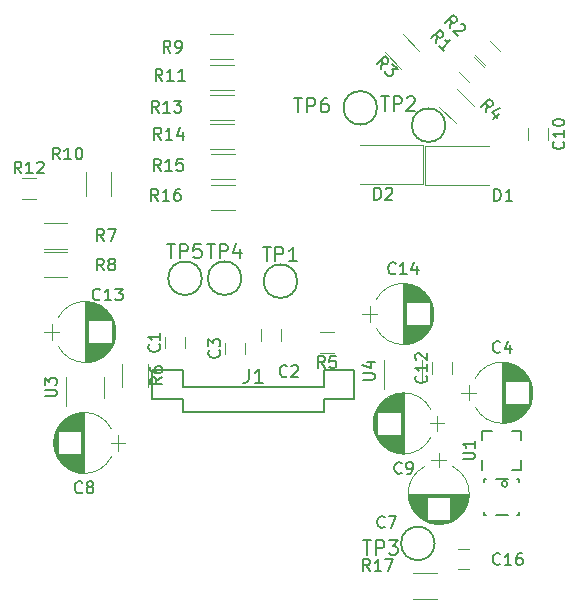
<source format=gto>
G04 #@! TF.FileFunction,Legend,Top*
%FSLAX46Y46*%
G04 Gerber Fmt 4.6, Leading zero omitted, Abs format (unit mm)*
G04 Created by KiCad (PCBNEW 4.0.6) date 10/19/17 05:59:14*
%MOMM*%
%LPD*%
G01*
G04 APERTURE LIST*
%ADD10C,0.100000*%
%ADD11C,0.120000*%
%ADD12C,0.150000*%
%ADD13C,0.152400*%
G04 APERTURE END LIST*
D10*
D11*
X173101278Y-126020723D02*
G75*
G03X177712580Y-126021000I2305722J1179723D01*
G01*
X173101278Y-123661277D02*
G75*
G02X177712580Y-123661000I2305722J-1179723D01*
G01*
X173101278Y-123661277D02*
G75*
G03X173101420Y-126021000I2305722J-1179723D01*
G01*
X175407000Y-127391000D02*
X175407000Y-122291000D01*
X175367000Y-127391000D02*
X175367000Y-122291000D01*
X175327000Y-127390000D02*
X175327000Y-122292000D01*
X175287000Y-127389000D02*
X175287000Y-122293000D01*
X175247000Y-127387000D02*
X175247000Y-122295000D01*
X175207000Y-127384000D02*
X175207000Y-122298000D01*
X175167000Y-127380000D02*
X175167000Y-122302000D01*
X175127000Y-127376000D02*
X175127000Y-125821000D01*
X175127000Y-123861000D02*
X175127000Y-122306000D01*
X175087000Y-127372000D02*
X175087000Y-125821000D01*
X175087000Y-123861000D02*
X175087000Y-122310000D01*
X175047000Y-127366000D02*
X175047000Y-125821000D01*
X175047000Y-123861000D02*
X175047000Y-122316000D01*
X175007000Y-127360000D02*
X175007000Y-125821000D01*
X175007000Y-123861000D02*
X175007000Y-122322000D01*
X174967000Y-127354000D02*
X174967000Y-125821000D01*
X174967000Y-123861000D02*
X174967000Y-122328000D01*
X174927000Y-127347000D02*
X174927000Y-125821000D01*
X174927000Y-123861000D02*
X174927000Y-122335000D01*
X174887000Y-127339000D02*
X174887000Y-125821000D01*
X174887000Y-123861000D02*
X174887000Y-122343000D01*
X174847000Y-127330000D02*
X174847000Y-125821000D01*
X174847000Y-123861000D02*
X174847000Y-122352000D01*
X174807000Y-127321000D02*
X174807000Y-125821000D01*
X174807000Y-123861000D02*
X174807000Y-122361000D01*
X174767000Y-127311000D02*
X174767000Y-125821000D01*
X174767000Y-123861000D02*
X174767000Y-122371000D01*
X174727000Y-127301000D02*
X174727000Y-125821000D01*
X174727000Y-123861000D02*
X174727000Y-122381000D01*
X174686000Y-127289000D02*
X174686000Y-125821000D01*
X174686000Y-123861000D02*
X174686000Y-122393000D01*
X174646000Y-127277000D02*
X174646000Y-125821000D01*
X174646000Y-123861000D02*
X174646000Y-122405000D01*
X174606000Y-127265000D02*
X174606000Y-125821000D01*
X174606000Y-123861000D02*
X174606000Y-122417000D01*
X174566000Y-127251000D02*
X174566000Y-125821000D01*
X174566000Y-123861000D02*
X174566000Y-122431000D01*
X174526000Y-127237000D02*
X174526000Y-125821000D01*
X174526000Y-123861000D02*
X174526000Y-122445000D01*
X174486000Y-127223000D02*
X174486000Y-125821000D01*
X174486000Y-123861000D02*
X174486000Y-122459000D01*
X174446000Y-127207000D02*
X174446000Y-125821000D01*
X174446000Y-123861000D02*
X174446000Y-122475000D01*
X174406000Y-127191000D02*
X174406000Y-125821000D01*
X174406000Y-123861000D02*
X174406000Y-122491000D01*
X174366000Y-127174000D02*
X174366000Y-125821000D01*
X174366000Y-123861000D02*
X174366000Y-122508000D01*
X174326000Y-127156000D02*
X174326000Y-125821000D01*
X174326000Y-123861000D02*
X174326000Y-122526000D01*
X174286000Y-127137000D02*
X174286000Y-125821000D01*
X174286000Y-123861000D02*
X174286000Y-122545000D01*
X174246000Y-127117000D02*
X174246000Y-125821000D01*
X174246000Y-123861000D02*
X174246000Y-122565000D01*
X174206000Y-127097000D02*
X174206000Y-125821000D01*
X174206000Y-123861000D02*
X174206000Y-122585000D01*
X174166000Y-127075000D02*
X174166000Y-125821000D01*
X174166000Y-123861000D02*
X174166000Y-122607000D01*
X174126000Y-127053000D02*
X174126000Y-125821000D01*
X174126000Y-123861000D02*
X174126000Y-122629000D01*
X174086000Y-127030000D02*
X174086000Y-125821000D01*
X174086000Y-123861000D02*
X174086000Y-122652000D01*
X174046000Y-127006000D02*
X174046000Y-125821000D01*
X174046000Y-123861000D02*
X174046000Y-122676000D01*
X174006000Y-126981000D02*
X174006000Y-125821000D01*
X174006000Y-123861000D02*
X174006000Y-122701000D01*
X173966000Y-126954000D02*
X173966000Y-125821000D01*
X173966000Y-123861000D02*
X173966000Y-122728000D01*
X173926000Y-126927000D02*
X173926000Y-125821000D01*
X173926000Y-123861000D02*
X173926000Y-122755000D01*
X173886000Y-126899000D02*
X173886000Y-125821000D01*
X173886000Y-123861000D02*
X173886000Y-122783000D01*
X173846000Y-126869000D02*
X173846000Y-125821000D01*
X173846000Y-123861000D02*
X173846000Y-122813000D01*
X173806000Y-126838000D02*
X173806000Y-125821000D01*
X173806000Y-123861000D02*
X173806000Y-122844000D01*
X173766000Y-126806000D02*
X173766000Y-125821000D01*
X173766000Y-123861000D02*
X173766000Y-122876000D01*
X173726000Y-126773000D02*
X173726000Y-125821000D01*
X173726000Y-123861000D02*
X173726000Y-122909000D01*
X173686000Y-126738000D02*
X173686000Y-125821000D01*
X173686000Y-123861000D02*
X173686000Y-122944000D01*
X173646000Y-126702000D02*
X173646000Y-125821000D01*
X173646000Y-123861000D02*
X173646000Y-122980000D01*
X173606000Y-126664000D02*
X173606000Y-125821000D01*
X173606000Y-123861000D02*
X173606000Y-123018000D01*
X173566000Y-126624000D02*
X173566000Y-125821000D01*
X173566000Y-123861000D02*
X173566000Y-123058000D01*
X173526000Y-126583000D02*
X173526000Y-125821000D01*
X173526000Y-123861000D02*
X173526000Y-123099000D01*
X173486000Y-126540000D02*
X173486000Y-125821000D01*
X173486000Y-123861000D02*
X173486000Y-123142000D01*
X173446000Y-126495000D02*
X173446000Y-125821000D01*
X173446000Y-123861000D02*
X173446000Y-123187000D01*
X173406000Y-126447000D02*
X173406000Y-125821000D01*
X173406000Y-123861000D02*
X173406000Y-123235000D01*
X173366000Y-126397000D02*
X173366000Y-125821000D01*
X173366000Y-123861000D02*
X173366000Y-123285000D01*
X173326000Y-126345000D02*
X173326000Y-125821000D01*
X173326000Y-123861000D02*
X173326000Y-123337000D01*
X173286000Y-126289000D02*
X173286000Y-125821000D01*
X173286000Y-123861000D02*
X173286000Y-123393000D01*
X173246000Y-126231000D02*
X173246000Y-125821000D01*
X173246000Y-123861000D02*
X173246000Y-123451000D01*
X173206000Y-126168000D02*
X173206000Y-125821000D01*
X173206000Y-123861000D02*
X173206000Y-123514000D01*
X173166000Y-126102000D02*
X173166000Y-123580000D01*
X173126000Y-126030000D02*
X173126000Y-123652000D01*
X173086000Y-125953000D02*
X173086000Y-123729000D01*
X173046000Y-125869000D02*
X173046000Y-123813000D01*
X173006000Y-125775000D02*
X173006000Y-123907000D01*
X172966000Y-125670000D02*
X172966000Y-124012000D01*
X172926000Y-125548000D02*
X172926000Y-124134000D01*
X172886000Y-125400000D02*
X172886000Y-124282000D01*
X172846000Y-125195000D02*
X172846000Y-124487000D01*
X178857000Y-124841000D02*
X177657000Y-124841000D01*
X178257000Y-125491000D02*
X178257000Y-124191000D01*
X182284000Y-115832000D02*
X182284000Y-116832000D01*
X183984000Y-116832000D02*
X183984000Y-115832000D01*
X190412000Y-115197000D02*
X190412000Y-116197000D01*
X192112000Y-116197000D02*
X192112000Y-115197000D01*
X187364000Y-116340000D02*
X187364000Y-117340000D01*
X189064000Y-117340000D02*
X189064000Y-116340000D01*
X213105722Y-119406777D02*
G75*
G03X208494420Y-119406500I-2305722J-1179723D01*
G01*
X213105722Y-121766223D02*
G75*
G02X208494420Y-121766500I-2305722J1179723D01*
G01*
X213105722Y-121766223D02*
G75*
G03X213105580Y-119406500I-2305722J1179723D01*
G01*
X210800000Y-118036500D02*
X210800000Y-123136500D01*
X210840000Y-118036500D02*
X210840000Y-123136500D01*
X210880000Y-118037500D02*
X210880000Y-123135500D01*
X210920000Y-118038500D02*
X210920000Y-123134500D01*
X210960000Y-118040500D02*
X210960000Y-123132500D01*
X211000000Y-118043500D02*
X211000000Y-123129500D01*
X211040000Y-118047500D02*
X211040000Y-123125500D01*
X211080000Y-118051500D02*
X211080000Y-119606500D01*
X211080000Y-121566500D02*
X211080000Y-123121500D01*
X211120000Y-118055500D02*
X211120000Y-119606500D01*
X211120000Y-121566500D02*
X211120000Y-123117500D01*
X211160000Y-118061500D02*
X211160000Y-119606500D01*
X211160000Y-121566500D02*
X211160000Y-123111500D01*
X211200000Y-118067500D02*
X211200000Y-119606500D01*
X211200000Y-121566500D02*
X211200000Y-123105500D01*
X211240000Y-118073500D02*
X211240000Y-119606500D01*
X211240000Y-121566500D02*
X211240000Y-123099500D01*
X211280000Y-118080500D02*
X211280000Y-119606500D01*
X211280000Y-121566500D02*
X211280000Y-123092500D01*
X211320000Y-118088500D02*
X211320000Y-119606500D01*
X211320000Y-121566500D02*
X211320000Y-123084500D01*
X211360000Y-118097500D02*
X211360000Y-119606500D01*
X211360000Y-121566500D02*
X211360000Y-123075500D01*
X211400000Y-118106500D02*
X211400000Y-119606500D01*
X211400000Y-121566500D02*
X211400000Y-123066500D01*
X211440000Y-118116500D02*
X211440000Y-119606500D01*
X211440000Y-121566500D02*
X211440000Y-123056500D01*
X211480000Y-118126500D02*
X211480000Y-119606500D01*
X211480000Y-121566500D02*
X211480000Y-123046500D01*
X211521000Y-118138500D02*
X211521000Y-119606500D01*
X211521000Y-121566500D02*
X211521000Y-123034500D01*
X211561000Y-118150500D02*
X211561000Y-119606500D01*
X211561000Y-121566500D02*
X211561000Y-123022500D01*
X211601000Y-118162500D02*
X211601000Y-119606500D01*
X211601000Y-121566500D02*
X211601000Y-123010500D01*
X211641000Y-118176500D02*
X211641000Y-119606500D01*
X211641000Y-121566500D02*
X211641000Y-122996500D01*
X211681000Y-118190500D02*
X211681000Y-119606500D01*
X211681000Y-121566500D02*
X211681000Y-122982500D01*
X211721000Y-118204500D02*
X211721000Y-119606500D01*
X211721000Y-121566500D02*
X211721000Y-122968500D01*
X211761000Y-118220500D02*
X211761000Y-119606500D01*
X211761000Y-121566500D02*
X211761000Y-122952500D01*
X211801000Y-118236500D02*
X211801000Y-119606500D01*
X211801000Y-121566500D02*
X211801000Y-122936500D01*
X211841000Y-118253500D02*
X211841000Y-119606500D01*
X211841000Y-121566500D02*
X211841000Y-122919500D01*
X211881000Y-118271500D02*
X211881000Y-119606500D01*
X211881000Y-121566500D02*
X211881000Y-122901500D01*
X211921000Y-118290500D02*
X211921000Y-119606500D01*
X211921000Y-121566500D02*
X211921000Y-122882500D01*
X211961000Y-118310500D02*
X211961000Y-119606500D01*
X211961000Y-121566500D02*
X211961000Y-122862500D01*
X212001000Y-118330500D02*
X212001000Y-119606500D01*
X212001000Y-121566500D02*
X212001000Y-122842500D01*
X212041000Y-118352500D02*
X212041000Y-119606500D01*
X212041000Y-121566500D02*
X212041000Y-122820500D01*
X212081000Y-118374500D02*
X212081000Y-119606500D01*
X212081000Y-121566500D02*
X212081000Y-122798500D01*
X212121000Y-118397500D02*
X212121000Y-119606500D01*
X212121000Y-121566500D02*
X212121000Y-122775500D01*
X212161000Y-118421500D02*
X212161000Y-119606500D01*
X212161000Y-121566500D02*
X212161000Y-122751500D01*
X212201000Y-118446500D02*
X212201000Y-119606500D01*
X212201000Y-121566500D02*
X212201000Y-122726500D01*
X212241000Y-118473500D02*
X212241000Y-119606500D01*
X212241000Y-121566500D02*
X212241000Y-122699500D01*
X212281000Y-118500500D02*
X212281000Y-119606500D01*
X212281000Y-121566500D02*
X212281000Y-122672500D01*
X212321000Y-118528500D02*
X212321000Y-119606500D01*
X212321000Y-121566500D02*
X212321000Y-122644500D01*
X212361000Y-118558500D02*
X212361000Y-119606500D01*
X212361000Y-121566500D02*
X212361000Y-122614500D01*
X212401000Y-118589500D02*
X212401000Y-119606500D01*
X212401000Y-121566500D02*
X212401000Y-122583500D01*
X212441000Y-118621500D02*
X212441000Y-119606500D01*
X212441000Y-121566500D02*
X212441000Y-122551500D01*
X212481000Y-118654500D02*
X212481000Y-119606500D01*
X212481000Y-121566500D02*
X212481000Y-122518500D01*
X212521000Y-118689500D02*
X212521000Y-119606500D01*
X212521000Y-121566500D02*
X212521000Y-122483500D01*
X212561000Y-118725500D02*
X212561000Y-119606500D01*
X212561000Y-121566500D02*
X212561000Y-122447500D01*
X212601000Y-118763500D02*
X212601000Y-119606500D01*
X212601000Y-121566500D02*
X212601000Y-122409500D01*
X212641000Y-118803500D02*
X212641000Y-119606500D01*
X212641000Y-121566500D02*
X212641000Y-122369500D01*
X212681000Y-118844500D02*
X212681000Y-119606500D01*
X212681000Y-121566500D02*
X212681000Y-122328500D01*
X212721000Y-118887500D02*
X212721000Y-119606500D01*
X212721000Y-121566500D02*
X212721000Y-122285500D01*
X212761000Y-118932500D02*
X212761000Y-119606500D01*
X212761000Y-121566500D02*
X212761000Y-122240500D01*
X212801000Y-118980500D02*
X212801000Y-119606500D01*
X212801000Y-121566500D02*
X212801000Y-122192500D01*
X212841000Y-119030500D02*
X212841000Y-119606500D01*
X212841000Y-121566500D02*
X212841000Y-122142500D01*
X212881000Y-119082500D02*
X212881000Y-119606500D01*
X212881000Y-121566500D02*
X212881000Y-122090500D01*
X212921000Y-119138500D02*
X212921000Y-119606500D01*
X212921000Y-121566500D02*
X212921000Y-122034500D01*
X212961000Y-119196500D02*
X212961000Y-119606500D01*
X212961000Y-121566500D02*
X212961000Y-121976500D01*
X213001000Y-119259500D02*
X213001000Y-119606500D01*
X213001000Y-121566500D02*
X213001000Y-121913500D01*
X213041000Y-119325500D02*
X213041000Y-121847500D01*
X213081000Y-119397500D02*
X213081000Y-121775500D01*
X213121000Y-119474500D02*
X213121000Y-121698500D01*
X213161000Y-119558500D02*
X213161000Y-121614500D01*
X213201000Y-119652500D02*
X213201000Y-121520500D01*
X213241000Y-119757500D02*
X213241000Y-121415500D01*
X213281000Y-119879500D02*
X213281000Y-121293500D01*
X213321000Y-120027500D02*
X213321000Y-121145500D01*
X213361000Y-120232500D02*
X213361000Y-120940500D01*
X207350000Y-120586500D02*
X208550000Y-120586500D01*
X207950000Y-119936500D02*
X207950000Y-121236500D01*
X206602223Y-131444722D02*
G75*
G03X206602500Y-126833420I-1179723J2305722D01*
G01*
X204242777Y-131444722D02*
G75*
G02X204242500Y-126833420I1179723J2305722D01*
G01*
X204242777Y-131444722D02*
G75*
G03X206602500Y-131444580I1179723J2305722D01*
G01*
X207972500Y-129139000D02*
X202872500Y-129139000D01*
X207972500Y-129179000D02*
X202872500Y-129179000D01*
X207971500Y-129219000D02*
X202873500Y-129219000D01*
X207970500Y-129259000D02*
X202874500Y-129259000D01*
X207968500Y-129299000D02*
X202876500Y-129299000D01*
X207965500Y-129339000D02*
X202879500Y-129339000D01*
X207961500Y-129379000D02*
X202883500Y-129379000D01*
X207957500Y-129419000D02*
X206402500Y-129419000D01*
X204442500Y-129419000D02*
X202887500Y-129419000D01*
X207953500Y-129459000D02*
X206402500Y-129459000D01*
X204442500Y-129459000D02*
X202891500Y-129459000D01*
X207947500Y-129499000D02*
X206402500Y-129499000D01*
X204442500Y-129499000D02*
X202897500Y-129499000D01*
X207941500Y-129539000D02*
X206402500Y-129539000D01*
X204442500Y-129539000D02*
X202903500Y-129539000D01*
X207935500Y-129579000D02*
X206402500Y-129579000D01*
X204442500Y-129579000D02*
X202909500Y-129579000D01*
X207928500Y-129619000D02*
X206402500Y-129619000D01*
X204442500Y-129619000D02*
X202916500Y-129619000D01*
X207920500Y-129659000D02*
X206402500Y-129659000D01*
X204442500Y-129659000D02*
X202924500Y-129659000D01*
X207911500Y-129699000D02*
X206402500Y-129699000D01*
X204442500Y-129699000D02*
X202933500Y-129699000D01*
X207902500Y-129739000D02*
X206402500Y-129739000D01*
X204442500Y-129739000D02*
X202942500Y-129739000D01*
X207892500Y-129779000D02*
X206402500Y-129779000D01*
X204442500Y-129779000D02*
X202952500Y-129779000D01*
X207882500Y-129819000D02*
X206402500Y-129819000D01*
X204442500Y-129819000D02*
X202962500Y-129819000D01*
X207870500Y-129860000D02*
X206402500Y-129860000D01*
X204442500Y-129860000D02*
X202974500Y-129860000D01*
X207858500Y-129900000D02*
X206402500Y-129900000D01*
X204442500Y-129900000D02*
X202986500Y-129900000D01*
X207846500Y-129940000D02*
X206402500Y-129940000D01*
X204442500Y-129940000D02*
X202998500Y-129940000D01*
X207832500Y-129980000D02*
X206402500Y-129980000D01*
X204442500Y-129980000D02*
X203012500Y-129980000D01*
X207818500Y-130020000D02*
X206402500Y-130020000D01*
X204442500Y-130020000D02*
X203026500Y-130020000D01*
X207804500Y-130060000D02*
X206402500Y-130060000D01*
X204442500Y-130060000D02*
X203040500Y-130060000D01*
X207788500Y-130100000D02*
X206402500Y-130100000D01*
X204442500Y-130100000D02*
X203056500Y-130100000D01*
X207772500Y-130140000D02*
X206402500Y-130140000D01*
X204442500Y-130140000D02*
X203072500Y-130140000D01*
X207755500Y-130180000D02*
X206402500Y-130180000D01*
X204442500Y-130180000D02*
X203089500Y-130180000D01*
X207737500Y-130220000D02*
X206402500Y-130220000D01*
X204442500Y-130220000D02*
X203107500Y-130220000D01*
X207718500Y-130260000D02*
X206402500Y-130260000D01*
X204442500Y-130260000D02*
X203126500Y-130260000D01*
X207698500Y-130300000D02*
X206402500Y-130300000D01*
X204442500Y-130300000D02*
X203146500Y-130300000D01*
X207678500Y-130340000D02*
X206402500Y-130340000D01*
X204442500Y-130340000D02*
X203166500Y-130340000D01*
X207656500Y-130380000D02*
X206402500Y-130380000D01*
X204442500Y-130380000D02*
X203188500Y-130380000D01*
X207634500Y-130420000D02*
X206402500Y-130420000D01*
X204442500Y-130420000D02*
X203210500Y-130420000D01*
X207611500Y-130460000D02*
X206402500Y-130460000D01*
X204442500Y-130460000D02*
X203233500Y-130460000D01*
X207587500Y-130500000D02*
X206402500Y-130500000D01*
X204442500Y-130500000D02*
X203257500Y-130500000D01*
X207562500Y-130540000D02*
X206402500Y-130540000D01*
X204442500Y-130540000D02*
X203282500Y-130540000D01*
X207535500Y-130580000D02*
X206402500Y-130580000D01*
X204442500Y-130580000D02*
X203309500Y-130580000D01*
X207508500Y-130620000D02*
X206402500Y-130620000D01*
X204442500Y-130620000D02*
X203336500Y-130620000D01*
X207480500Y-130660000D02*
X206402500Y-130660000D01*
X204442500Y-130660000D02*
X203364500Y-130660000D01*
X207450500Y-130700000D02*
X206402500Y-130700000D01*
X204442500Y-130700000D02*
X203394500Y-130700000D01*
X207419500Y-130740000D02*
X206402500Y-130740000D01*
X204442500Y-130740000D02*
X203425500Y-130740000D01*
X207387500Y-130780000D02*
X206402500Y-130780000D01*
X204442500Y-130780000D02*
X203457500Y-130780000D01*
X207354500Y-130820000D02*
X206402500Y-130820000D01*
X204442500Y-130820000D02*
X203490500Y-130820000D01*
X207319500Y-130860000D02*
X206402500Y-130860000D01*
X204442500Y-130860000D02*
X203525500Y-130860000D01*
X207283500Y-130900000D02*
X206402500Y-130900000D01*
X204442500Y-130900000D02*
X203561500Y-130900000D01*
X207245500Y-130940000D02*
X206402500Y-130940000D01*
X204442500Y-130940000D02*
X203599500Y-130940000D01*
X207205500Y-130980000D02*
X206402500Y-130980000D01*
X204442500Y-130980000D02*
X203639500Y-130980000D01*
X207164500Y-131020000D02*
X206402500Y-131020000D01*
X204442500Y-131020000D02*
X203680500Y-131020000D01*
X207121500Y-131060000D02*
X206402500Y-131060000D01*
X204442500Y-131060000D02*
X203723500Y-131060000D01*
X207076500Y-131100000D02*
X206402500Y-131100000D01*
X204442500Y-131100000D02*
X203768500Y-131100000D01*
X207028500Y-131140000D02*
X206402500Y-131140000D01*
X204442500Y-131140000D02*
X203816500Y-131140000D01*
X206978500Y-131180000D02*
X206402500Y-131180000D01*
X204442500Y-131180000D02*
X203866500Y-131180000D01*
X206926500Y-131220000D02*
X206402500Y-131220000D01*
X204442500Y-131220000D02*
X203918500Y-131220000D01*
X206870500Y-131260000D02*
X206402500Y-131260000D01*
X204442500Y-131260000D02*
X203974500Y-131260000D01*
X206812500Y-131300000D02*
X206402500Y-131300000D01*
X204442500Y-131300000D02*
X204032500Y-131300000D01*
X206749500Y-131340000D02*
X206402500Y-131340000D01*
X204442500Y-131340000D02*
X204095500Y-131340000D01*
X206683500Y-131380000D02*
X204161500Y-131380000D01*
X206611500Y-131420000D02*
X204233500Y-131420000D01*
X206534500Y-131460000D02*
X204310500Y-131460000D01*
X206450500Y-131500000D02*
X204394500Y-131500000D01*
X206356500Y-131540000D02*
X204488500Y-131540000D01*
X206251500Y-131580000D02*
X204593500Y-131580000D01*
X206129500Y-131620000D02*
X204715500Y-131620000D01*
X205981500Y-131660000D02*
X204863500Y-131660000D01*
X205776500Y-131700000D02*
X205068500Y-131700000D01*
X205422500Y-125689000D02*
X205422500Y-126889000D01*
X206072500Y-126289000D02*
X204772500Y-126289000D01*
X200152278Y-124369723D02*
G75*
G03X204763580Y-124370000I2305722J1179723D01*
G01*
X200152278Y-122010277D02*
G75*
G02X204763580Y-122010000I2305722J-1179723D01*
G01*
X200152278Y-122010277D02*
G75*
G03X200152420Y-124370000I2305722J-1179723D01*
G01*
X202458000Y-125740000D02*
X202458000Y-120640000D01*
X202418000Y-125740000D02*
X202418000Y-120640000D01*
X202378000Y-125739000D02*
X202378000Y-120641000D01*
X202338000Y-125738000D02*
X202338000Y-120642000D01*
X202298000Y-125736000D02*
X202298000Y-120644000D01*
X202258000Y-125733000D02*
X202258000Y-120647000D01*
X202218000Y-125729000D02*
X202218000Y-120651000D01*
X202178000Y-125725000D02*
X202178000Y-124170000D01*
X202178000Y-122210000D02*
X202178000Y-120655000D01*
X202138000Y-125721000D02*
X202138000Y-124170000D01*
X202138000Y-122210000D02*
X202138000Y-120659000D01*
X202098000Y-125715000D02*
X202098000Y-124170000D01*
X202098000Y-122210000D02*
X202098000Y-120665000D01*
X202058000Y-125709000D02*
X202058000Y-124170000D01*
X202058000Y-122210000D02*
X202058000Y-120671000D01*
X202018000Y-125703000D02*
X202018000Y-124170000D01*
X202018000Y-122210000D02*
X202018000Y-120677000D01*
X201978000Y-125696000D02*
X201978000Y-124170000D01*
X201978000Y-122210000D02*
X201978000Y-120684000D01*
X201938000Y-125688000D02*
X201938000Y-124170000D01*
X201938000Y-122210000D02*
X201938000Y-120692000D01*
X201898000Y-125679000D02*
X201898000Y-124170000D01*
X201898000Y-122210000D02*
X201898000Y-120701000D01*
X201858000Y-125670000D02*
X201858000Y-124170000D01*
X201858000Y-122210000D02*
X201858000Y-120710000D01*
X201818000Y-125660000D02*
X201818000Y-124170000D01*
X201818000Y-122210000D02*
X201818000Y-120720000D01*
X201778000Y-125650000D02*
X201778000Y-124170000D01*
X201778000Y-122210000D02*
X201778000Y-120730000D01*
X201737000Y-125638000D02*
X201737000Y-124170000D01*
X201737000Y-122210000D02*
X201737000Y-120742000D01*
X201697000Y-125626000D02*
X201697000Y-124170000D01*
X201697000Y-122210000D02*
X201697000Y-120754000D01*
X201657000Y-125614000D02*
X201657000Y-124170000D01*
X201657000Y-122210000D02*
X201657000Y-120766000D01*
X201617000Y-125600000D02*
X201617000Y-124170000D01*
X201617000Y-122210000D02*
X201617000Y-120780000D01*
X201577000Y-125586000D02*
X201577000Y-124170000D01*
X201577000Y-122210000D02*
X201577000Y-120794000D01*
X201537000Y-125572000D02*
X201537000Y-124170000D01*
X201537000Y-122210000D02*
X201537000Y-120808000D01*
X201497000Y-125556000D02*
X201497000Y-124170000D01*
X201497000Y-122210000D02*
X201497000Y-120824000D01*
X201457000Y-125540000D02*
X201457000Y-124170000D01*
X201457000Y-122210000D02*
X201457000Y-120840000D01*
X201417000Y-125523000D02*
X201417000Y-124170000D01*
X201417000Y-122210000D02*
X201417000Y-120857000D01*
X201377000Y-125505000D02*
X201377000Y-124170000D01*
X201377000Y-122210000D02*
X201377000Y-120875000D01*
X201337000Y-125486000D02*
X201337000Y-124170000D01*
X201337000Y-122210000D02*
X201337000Y-120894000D01*
X201297000Y-125466000D02*
X201297000Y-124170000D01*
X201297000Y-122210000D02*
X201297000Y-120914000D01*
X201257000Y-125446000D02*
X201257000Y-124170000D01*
X201257000Y-122210000D02*
X201257000Y-120934000D01*
X201217000Y-125424000D02*
X201217000Y-124170000D01*
X201217000Y-122210000D02*
X201217000Y-120956000D01*
X201177000Y-125402000D02*
X201177000Y-124170000D01*
X201177000Y-122210000D02*
X201177000Y-120978000D01*
X201137000Y-125379000D02*
X201137000Y-124170000D01*
X201137000Y-122210000D02*
X201137000Y-121001000D01*
X201097000Y-125355000D02*
X201097000Y-124170000D01*
X201097000Y-122210000D02*
X201097000Y-121025000D01*
X201057000Y-125330000D02*
X201057000Y-124170000D01*
X201057000Y-122210000D02*
X201057000Y-121050000D01*
X201017000Y-125303000D02*
X201017000Y-124170000D01*
X201017000Y-122210000D02*
X201017000Y-121077000D01*
X200977000Y-125276000D02*
X200977000Y-124170000D01*
X200977000Y-122210000D02*
X200977000Y-121104000D01*
X200937000Y-125248000D02*
X200937000Y-124170000D01*
X200937000Y-122210000D02*
X200937000Y-121132000D01*
X200897000Y-125218000D02*
X200897000Y-124170000D01*
X200897000Y-122210000D02*
X200897000Y-121162000D01*
X200857000Y-125187000D02*
X200857000Y-124170000D01*
X200857000Y-122210000D02*
X200857000Y-121193000D01*
X200817000Y-125155000D02*
X200817000Y-124170000D01*
X200817000Y-122210000D02*
X200817000Y-121225000D01*
X200777000Y-125122000D02*
X200777000Y-124170000D01*
X200777000Y-122210000D02*
X200777000Y-121258000D01*
X200737000Y-125087000D02*
X200737000Y-124170000D01*
X200737000Y-122210000D02*
X200737000Y-121293000D01*
X200697000Y-125051000D02*
X200697000Y-124170000D01*
X200697000Y-122210000D02*
X200697000Y-121329000D01*
X200657000Y-125013000D02*
X200657000Y-124170000D01*
X200657000Y-122210000D02*
X200657000Y-121367000D01*
X200617000Y-124973000D02*
X200617000Y-124170000D01*
X200617000Y-122210000D02*
X200617000Y-121407000D01*
X200577000Y-124932000D02*
X200577000Y-124170000D01*
X200577000Y-122210000D02*
X200577000Y-121448000D01*
X200537000Y-124889000D02*
X200537000Y-124170000D01*
X200537000Y-122210000D02*
X200537000Y-121491000D01*
X200497000Y-124844000D02*
X200497000Y-124170000D01*
X200497000Y-122210000D02*
X200497000Y-121536000D01*
X200457000Y-124796000D02*
X200457000Y-124170000D01*
X200457000Y-122210000D02*
X200457000Y-121584000D01*
X200417000Y-124746000D02*
X200417000Y-124170000D01*
X200417000Y-122210000D02*
X200417000Y-121634000D01*
X200377000Y-124694000D02*
X200377000Y-124170000D01*
X200377000Y-122210000D02*
X200377000Y-121686000D01*
X200337000Y-124638000D02*
X200337000Y-124170000D01*
X200337000Y-122210000D02*
X200337000Y-121742000D01*
X200297000Y-124580000D02*
X200297000Y-124170000D01*
X200297000Y-122210000D02*
X200297000Y-121800000D01*
X200257000Y-124517000D02*
X200257000Y-124170000D01*
X200257000Y-122210000D02*
X200257000Y-121863000D01*
X200217000Y-124451000D02*
X200217000Y-121929000D01*
X200177000Y-124379000D02*
X200177000Y-122001000D01*
X200137000Y-124302000D02*
X200137000Y-122078000D01*
X200097000Y-124218000D02*
X200097000Y-122162000D01*
X200057000Y-124124000D02*
X200057000Y-122256000D01*
X200017000Y-124019000D02*
X200017000Y-122361000D01*
X199977000Y-123897000D02*
X199977000Y-122483000D01*
X199937000Y-123749000D02*
X199937000Y-122631000D01*
X199897000Y-123544000D02*
X199897000Y-122836000D01*
X205908000Y-123190000D02*
X204708000Y-123190000D01*
X205308000Y-123840000D02*
X205308000Y-122540000D01*
X214718000Y-99179000D02*
X214718000Y-98179000D01*
X213018000Y-98179000D02*
X213018000Y-99179000D01*
X204890000Y-117991000D02*
X204890000Y-118991000D01*
X206590000Y-118991000D02*
X206590000Y-117991000D01*
X177799722Y-114263277D02*
G75*
G03X173188420Y-114263000I-2305722J-1179723D01*
G01*
X177799722Y-116622723D02*
G75*
G02X173188420Y-116623000I-2305722J1179723D01*
G01*
X177799722Y-116622723D02*
G75*
G03X177799580Y-114263000I-2305722J1179723D01*
G01*
X175494000Y-112893000D02*
X175494000Y-117993000D01*
X175534000Y-112893000D02*
X175534000Y-117993000D01*
X175574000Y-112894000D02*
X175574000Y-117992000D01*
X175614000Y-112895000D02*
X175614000Y-117991000D01*
X175654000Y-112897000D02*
X175654000Y-117989000D01*
X175694000Y-112900000D02*
X175694000Y-117986000D01*
X175734000Y-112904000D02*
X175734000Y-117982000D01*
X175774000Y-112908000D02*
X175774000Y-114463000D01*
X175774000Y-116423000D02*
X175774000Y-117978000D01*
X175814000Y-112912000D02*
X175814000Y-114463000D01*
X175814000Y-116423000D02*
X175814000Y-117974000D01*
X175854000Y-112918000D02*
X175854000Y-114463000D01*
X175854000Y-116423000D02*
X175854000Y-117968000D01*
X175894000Y-112924000D02*
X175894000Y-114463000D01*
X175894000Y-116423000D02*
X175894000Y-117962000D01*
X175934000Y-112930000D02*
X175934000Y-114463000D01*
X175934000Y-116423000D02*
X175934000Y-117956000D01*
X175974000Y-112937000D02*
X175974000Y-114463000D01*
X175974000Y-116423000D02*
X175974000Y-117949000D01*
X176014000Y-112945000D02*
X176014000Y-114463000D01*
X176014000Y-116423000D02*
X176014000Y-117941000D01*
X176054000Y-112954000D02*
X176054000Y-114463000D01*
X176054000Y-116423000D02*
X176054000Y-117932000D01*
X176094000Y-112963000D02*
X176094000Y-114463000D01*
X176094000Y-116423000D02*
X176094000Y-117923000D01*
X176134000Y-112973000D02*
X176134000Y-114463000D01*
X176134000Y-116423000D02*
X176134000Y-117913000D01*
X176174000Y-112983000D02*
X176174000Y-114463000D01*
X176174000Y-116423000D02*
X176174000Y-117903000D01*
X176215000Y-112995000D02*
X176215000Y-114463000D01*
X176215000Y-116423000D02*
X176215000Y-117891000D01*
X176255000Y-113007000D02*
X176255000Y-114463000D01*
X176255000Y-116423000D02*
X176255000Y-117879000D01*
X176295000Y-113019000D02*
X176295000Y-114463000D01*
X176295000Y-116423000D02*
X176295000Y-117867000D01*
X176335000Y-113033000D02*
X176335000Y-114463000D01*
X176335000Y-116423000D02*
X176335000Y-117853000D01*
X176375000Y-113047000D02*
X176375000Y-114463000D01*
X176375000Y-116423000D02*
X176375000Y-117839000D01*
X176415000Y-113061000D02*
X176415000Y-114463000D01*
X176415000Y-116423000D02*
X176415000Y-117825000D01*
X176455000Y-113077000D02*
X176455000Y-114463000D01*
X176455000Y-116423000D02*
X176455000Y-117809000D01*
X176495000Y-113093000D02*
X176495000Y-114463000D01*
X176495000Y-116423000D02*
X176495000Y-117793000D01*
X176535000Y-113110000D02*
X176535000Y-114463000D01*
X176535000Y-116423000D02*
X176535000Y-117776000D01*
X176575000Y-113128000D02*
X176575000Y-114463000D01*
X176575000Y-116423000D02*
X176575000Y-117758000D01*
X176615000Y-113147000D02*
X176615000Y-114463000D01*
X176615000Y-116423000D02*
X176615000Y-117739000D01*
X176655000Y-113167000D02*
X176655000Y-114463000D01*
X176655000Y-116423000D02*
X176655000Y-117719000D01*
X176695000Y-113187000D02*
X176695000Y-114463000D01*
X176695000Y-116423000D02*
X176695000Y-117699000D01*
X176735000Y-113209000D02*
X176735000Y-114463000D01*
X176735000Y-116423000D02*
X176735000Y-117677000D01*
X176775000Y-113231000D02*
X176775000Y-114463000D01*
X176775000Y-116423000D02*
X176775000Y-117655000D01*
X176815000Y-113254000D02*
X176815000Y-114463000D01*
X176815000Y-116423000D02*
X176815000Y-117632000D01*
X176855000Y-113278000D02*
X176855000Y-114463000D01*
X176855000Y-116423000D02*
X176855000Y-117608000D01*
X176895000Y-113303000D02*
X176895000Y-114463000D01*
X176895000Y-116423000D02*
X176895000Y-117583000D01*
X176935000Y-113330000D02*
X176935000Y-114463000D01*
X176935000Y-116423000D02*
X176935000Y-117556000D01*
X176975000Y-113357000D02*
X176975000Y-114463000D01*
X176975000Y-116423000D02*
X176975000Y-117529000D01*
X177015000Y-113385000D02*
X177015000Y-114463000D01*
X177015000Y-116423000D02*
X177015000Y-117501000D01*
X177055000Y-113415000D02*
X177055000Y-114463000D01*
X177055000Y-116423000D02*
X177055000Y-117471000D01*
X177095000Y-113446000D02*
X177095000Y-114463000D01*
X177095000Y-116423000D02*
X177095000Y-117440000D01*
X177135000Y-113478000D02*
X177135000Y-114463000D01*
X177135000Y-116423000D02*
X177135000Y-117408000D01*
X177175000Y-113511000D02*
X177175000Y-114463000D01*
X177175000Y-116423000D02*
X177175000Y-117375000D01*
X177215000Y-113546000D02*
X177215000Y-114463000D01*
X177215000Y-116423000D02*
X177215000Y-117340000D01*
X177255000Y-113582000D02*
X177255000Y-114463000D01*
X177255000Y-116423000D02*
X177255000Y-117304000D01*
X177295000Y-113620000D02*
X177295000Y-114463000D01*
X177295000Y-116423000D02*
X177295000Y-117266000D01*
X177335000Y-113660000D02*
X177335000Y-114463000D01*
X177335000Y-116423000D02*
X177335000Y-117226000D01*
X177375000Y-113701000D02*
X177375000Y-114463000D01*
X177375000Y-116423000D02*
X177375000Y-117185000D01*
X177415000Y-113744000D02*
X177415000Y-114463000D01*
X177415000Y-116423000D02*
X177415000Y-117142000D01*
X177455000Y-113789000D02*
X177455000Y-114463000D01*
X177455000Y-116423000D02*
X177455000Y-117097000D01*
X177495000Y-113837000D02*
X177495000Y-114463000D01*
X177495000Y-116423000D02*
X177495000Y-117049000D01*
X177535000Y-113887000D02*
X177535000Y-114463000D01*
X177535000Y-116423000D02*
X177535000Y-116999000D01*
X177575000Y-113939000D02*
X177575000Y-114463000D01*
X177575000Y-116423000D02*
X177575000Y-116947000D01*
X177615000Y-113995000D02*
X177615000Y-114463000D01*
X177615000Y-116423000D02*
X177615000Y-116891000D01*
X177655000Y-114053000D02*
X177655000Y-114463000D01*
X177655000Y-116423000D02*
X177655000Y-116833000D01*
X177695000Y-114116000D02*
X177695000Y-114463000D01*
X177695000Y-116423000D02*
X177695000Y-116770000D01*
X177735000Y-114182000D02*
X177735000Y-116704000D01*
X177775000Y-114254000D02*
X177775000Y-116632000D01*
X177815000Y-114331000D02*
X177815000Y-116555000D01*
X177855000Y-114415000D02*
X177855000Y-116471000D01*
X177895000Y-114509000D02*
X177895000Y-116377000D01*
X177935000Y-114614000D02*
X177935000Y-116272000D01*
X177975000Y-114736000D02*
X177975000Y-116150000D01*
X178015000Y-114884000D02*
X178015000Y-116002000D01*
X178055000Y-115089000D02*
X178055000Y-115797000D01*
X172044000Y-115443000D02*
X173244000Y-115443000D01*
X172644000Y-114793000D02*
X172644000Y-116093000D01*
X204723722Y-112739277D02*
G75*
G03X200112420Y-112739000I-2305722J-1179723D01*
G01*
X204723722Y-115098723D02*
G75*
G02X200112420Y-115099000I-2305722J1179723D01*
G01*
X204723722Y-115098723D02*
G75*
G03X204723580Y-112739000I-2305722J1179723D01*
G01*
X202418000Y-111369000D02*
X202418000Y-116469000D01*
X202458000Y-111369000D02*
X202458000Y-116469000D01*
X202498000Y-111370000D02*
X202498000Y-116468000D01*
X202538000Y-111371000D02*
X202538000Y-116467000D01*
X202578000Y-111373000D02*
X202578000Y-116465000D01*
X202618000Y-111376000D02*
X202618000Y-116462000D01*
X202658000Y-111380000D02*
X202658000Y-116458000D01*
X202698000Y-111384000D02*
X202698000Y-112939000D01*
X202698000Y-114899000D02*
X202698000Y-116454000D01*
X202738000Y-111388000D02*
X202738000Y-112939000D01*
X202738000Y-114899000D02*
X202738000Y-116450000D01*
X202778000Y-111394000D02*
X202778000Y-112939000D01*
X202778000Y-114899000D02*
X202778000Y-116444000D01*
X202818000Y-111400000D02*
X202818000Y-112939000D01*
X202818000Y-114899000D02*
X202818000Y-116438000D01*
X202858000Y-111406000D02*
X202858000Y-112939000D01*
X202858000Y-114899000D02*
X202858000Y-116432000D01*
X202898000Y-111413000D02*
X202898000Y-112939000D01*
X202898000Y-114899000D02*
X202898000Y-116425000D01*
X202938000Y-111421000D02*
X202938000Y-112939000D01*
X202938000Y-114899000D02*
X202938000Y-116417000D01*
X202978000Y-111430000D02*
X202978000Y-112939000D01*
X202978000Y-114899000D02*
X202978000Y-116408000D01*
X203018000Y-111439000D02*
X203018000Y-112939000D01*
X203018000Y-114899000D02*
X203018000Y-116399000D01*
X203058000Y-111449000D02*
X203058000Y-112939000D01*
X203058000Y-114899000D02*
X203058000Y-116389000D01*
X203098000Y-111459000D02*
X203098000Y-112939000D01*
X203098000Y-114899000D02*
X203098000Y-116379000D01*
X203139000Y-111471000D02*
X203139000Y-112939000D01*
X203139000Y-114899000D02*
X203139000Y-116367000D01*
X203179000Y-111483000D02*
X203179000Y-112939000D01*
X203179000Y-114899000D02*
X203179000Y-116355000D01*
X203219000Y-111495000D02*
X203219000Y-112939000D01*
X203219000Y-114899000D02*
X203219000Y-116343000D01*
X203259000Y-111509000D02*
X203259000Y-112939000D01*
X203259000Y-114899000D02*
X203259000Y-116329000D01*
X203299000Y-111523000D02*
X203299000Y-112939000D01*
X203299000Y-114899000D02*
X203299000Y-116315000D01*
X203339000Y-111537000D02*
X203339000Y-112939000D01*
X203339000Y-114899000D02*
X203339000Y-116301000D01*
X203379000Y-111553000D02*
X203379000Y-112939000D01*
X203379000Y-114899000D02*
X203379000Y-116285000D01*
X203419000Y-111569000D02*
X203419000Y-112939000D01*
X203419000Y-114899000D02*
X203419000Y-116269000D01*
X203459000Y-111586000D02*
X203459000Y-112939000D01*
X203459000Y-114899000D02*
X203459000Y-116252000D01*
X203499000Y-111604000D02*
X203499000Y-112939000D01*
X203499000Y-114899000D02*
X203499000Y-116234000D01*
X203539000Y-111623000D02*
X203539000Y-112939000D01*
X203539000Y-114899000D02*
X203539000Y-116215000D01*
X203579000Y-111643000D02*
X203579000Y-112939000D01*
X203579000Y-114899000D02*
X203579000Y-116195000D01*
X203619000Y-111663000D02*
X203619000Y-112939000D01*
X203619000Y-114899000D02*
X203619000Y-116175000D01*
X203659000Y-111685000D02*
X203659000Y-112939000D01*
X203659000Y-114899000D02*
X203659000Y-116153000D01*
X203699000Y-111707000D02*
X203699000Y-112939000D01*
X203699000Y-114899000D02*
X203699000Y-116131000D01*
X203739000Y-111730000D02*
X203739000Y-112939000D01*
X203739000Y-114899000D02*
X203739000Y-116108000D01*
X203779000Y-111754000D02*
X203779000Y-112939000D01*
X203779000Y-114899000D02*
X203779000Y-116084000D01*
X203819000Y-111779000D02*
X203819000Y-112939000D01*
X203819000Y-114899000D02*
X203819000Y-116059000D01*
X203859000Y-111806000D02*
X203859000Y-112939000D01*
X203859000Y-114899000D02*
X203859000Y-116032000D01*
X203899000Y-111833000D02*
X203899000Y-112939000D01*
X203899000Y-114899000D02*
X203899000Y-116005000D01*
X203939000Y-111861000D02*
X203939000Y-112939000D01*
X203939000Y-114899000D02*
X203939000Y-115977000D01*
X203979000Y-111891000D02*
X203979000Y-112939000D01*
X203979000Y-114899000D02*
X203979000Y-115947000D01*
X204019000Y-111922000D02*
X204019000Y-112939000D01*
X204019000Y-114899000D02*
X204019000Y-115916000D01*
X204059000Y-111954000D02*
X204059000Y-112939000D01*
X204059000Y-114899000D02*
X204059000Y-115884000D01*
X204099000Y-111987000D02*
X204099000Y-112939000D01*
X204099000Y-114899000D02*
X204099000Y-115851000D01*
X204139000Y-112022000D02*
X204139000Y-112939000D01*
X204139000Y-114899000D02*
X204139000Y-115816000D01*
X204179000Y-112058000D02*
X204179000Y-112939000D01*
X204179000Y-114899000D02*
X204179000Y-115780000D01*
X204219000Y-112096000D02*
X204219000Y-112939000D01*
X204219000Y-114899000D02*
X204219000Y-115742000D01*
X204259000Y-112136000D02*
X204259000Y-112939000D01*
X204259000Y-114899000D02*
X204259000Y-115702000D01*
X204299000Y-112177000D02*
X204299000Y-112939000D01*
X204299000Y-114899000D02*
X204299000Y-115661000D01*
X204339000Y-112220000D02*
X204339000Y-112939000D01*
X204339000Y-114899000D02*
X204339000Y-115618000D01*
X204379000Y-112265000D02*
X204379000Y-112939000D01*
X204379000Y-114899000D02*
X204379000Y-115573000D01*
X204419000Y-112313000D02*
X204419000Y-112939000D01*
X204419000Y-114899000D02*
X204419000Y-115525000D01*
X204459000Y-112363000D02*
X204459000Y-112939000D01*
X204459000Y-114899000D02*
X204459000Y-115475000D01*
X204499000Y-112415000D02*
X204499000Y-112939000D01*
X204499000Y-114899000D02*
X204499000Y-115423000D01*
X204539000Y-112471000D02*
X204539000Y-112939000D01*
X204539000Y-114899000D02*
X204539000Y-115367000D01*
X204579000Y-112529000D02*
X204579000Y-112939000D01*
X204579000Y-114899000D02*
X204579000Y-115309000D01*
X204619000Y-112592000D02*
X204619000Y-112939000D01*
X204619000Y-114899000D02*
X204619000Y-115246000D01*
X204659000Y-112658000D02*
X204659000Y-115180000D01*
X204699000Y-112730000D02*
X204699000Y-115108000D01*
X204739000Y-112807000D02*
X204739000Y-115031000D01*
X204779000Y-112891000D02*
X204779000Y-114947000D01*
X204819000Y-112985000D02*
X204819000Y-114853000D01*
X204859000Y-113090000D02*
X204859000Y-114748000D01*
X204899000Y-113212000D02*
X204899000Y-114626000D01*
X204939000Y-113360000D02*
X204939000Y-114478000D01*
X204979000Y-113565000D02*
X204979000Y-114273000D01*
X198968000Y-113919000D02*
X200168000Y-113919000D01*
X199568000Y-113269000D02*
X199568000Y-114569000D01*
X208018000Y-133820800D02*
X207018000Y-133820800D01*
X207018000Y-135520800D02*
X208018000Y-135520800D01*
D12*
X195738000Y-122183000D02*
X183738000Y-122183000D01*
X195738000Y-120133000D02*
X183738000Y-120133000D01*
X195738000Y-120133000D02*
X195738000Y-118708000D01*
X183738000Y-120133000D02*
X183738000Y-118708000D01*
X195738000Y-118708000D02*
X198288000Y-118708000D01*
X183738000Y-118708000D02*
X181188000Y-118708000D01*
X198288000Y-118708000D02*
X198288000Y-121158000D01*
X181188000Y-118708000D02*
X181188000Y-121158000D01*
X198288000Y-121158000D02*
X195738000Y-121158000D01*
X181188000Y-121158000D02*
X183738000Y-121158000D01*
X195738000Y-121158000D02*
X195738000Y-122183000D01*
X183738000Y-121158000D02*
X183738000Y-122183000D01*
D11*
X208018510Y-94264518D02*
X207169982Y-93415990D01*
X208414490Y-92171482D02*
X209263018Y-93020010D01*
X209352010Y-92867518D02*
X208503482Y-92018990D01*
X209747990Y-90774482D02*
X210596518Y-91623010D01*
X202360497Y-90230289D02*
X203774711Y-91644503D01*
X202261503Y-93157711D02*
X200847289Y-91743497D01*
X206897003Y-97793211D02*
X205482789Y-96378997D01*
X206995997Y-94865789D02*
X208410211Y-96280003D01*
X195361000Y-115452000D02*
X196561000Y-115452000D01*
X196561000Y-117212000D02*
X195361000Y-117212000D01*
X178635000Y-120126000D02*
X178635000Y-118126000D01*
X180775000Y-118126000D02*
X180775000Y-120126000D01*
X173974000Y-108385000D02*
X171974000Y-108385000D01*
X171974000Y-106245000D02*
X173974000Y-106245000D01*
X173974000Y-110798000D02*
X171974000Y-110798000D01*
X171974000Y-108658000D02*
X173974000Y-108658000D01*
D12*
X209131500Y-123851000D02*
X209906500Y-123851000D01*
X212381500Y-127101000D02*
X211606500Y-127101000D01*
X212381500Y-123851000D02*
X211606500Y-123851000D01*
X209131500Y-127101000D02*
X209131500Y-126326000D01*
X212381500Y-127101000D02*
X212381500Y-126326000D01*
X212381500Y-123851000D02*
X212381500Y-124626000D01*
X209131500Y-123851000D02*
X209131500Y-124626000D01*
D11*
X177124000Y-121042000D02*
X177124000Y-119242000D01*
X173904000Y-119242000D02*
X173904000Y-121692000D01*
X204048000Y-119645000D02*
X204048000Y-117845000D01*
X200828000Y-117845000D02*
X200828000Y-120295000D01*
X204245000Y-99696000D02*
X204245000Y-102996000D01*
X204245000Y-102996000D02*
X209645000Y-102996000D01*
X204245000Y-99696000D02*
X209645000Y-99696000D01*
X204123500Y-102932500D02*
X204123500Y-99632500D01*
X204123500Y-99632500D02*
X198723500Y-99632500D01*
X204123500Y-102932500D02*
X198723500Y-102932500D01*
D13*
X211256374Y-128313180D02*
G75*
G03X211256374Y-128313180I-248414J0D01*
G01*
X211256880Y-130962400D02*
X210256120Y-130962400D01*
X211256880Y-127911860D02*
X210256120Y-127911860D01*
X212257640Y-127911860D02*
X212056980Y-127911860D01*
X212257640Y-127911860D02*
X212257640Y-128112520D01*
X209255360Y-127911860D02*
X209456020Y-127911860D01*
X209255360Y-127911860D02*
X209255360Y-128112520D01*
X209255360Y-130914140D02*
X209255360Y-130713480D01*
X209255360Y-130914140D02*
X209456020Y-130914140D01*
X212257640Y-130914140D02*
X212257640Y-130713480D01*
X212257640Y-130914140D02*
X212056980Y-130914140D01*
D12*
X193444000Y-111150400D02*
G75*
G03X193444000Y-111150400I-1420000J0D01*
G01*
X205991600Y-97942400D02*
G75*
G03X205991600Y-97942400I-1420000J0D01*
G01*
X205077200Y-133350000D02*
G75*
G03X205077200Y-133350000I-1420000J0D01*
G01*
X188719600Y-110896400D02*
G75*
G03X188719600Y-110896400I-1420000J0D01*
G01*
X185366800Y-110896400D02*
G75*
G03X185366800Y-110896400I-1420000J0D01*
G01*
X200200400Y-96469200D02*
G75*
G03X200200400Y-96469200I-1420000J0D01*
G01*
D11*
X188045600Y-92357600D02*
X186045600Y-92357600D01*
X186045600Y-90217600D02*
X188045600Y-90217600D01*
X177701600Y-101920800D02*
X177701600Y-103920800D01*
X175561600Y-103920800D02*
X175561600Y-101920800D01*
X188096400Y-94948400D02*
X186096400Y-94948400D01*
X186096400Y-92808400D02*
X188096400Y-92808400D01*
X171338800Y-104156400D02*
X170138800Y-104156400D01*
X170138800Y-102396400D02*
X171338800Y-102396400D01*
X188096400Y-97488400D02*
X186096400Y-97488400D01*
X186096400Y-95348400D02*
X188096400Y-95348400D01*
X188096400Y-99977600D02*
X186096400Y-99977600D01*
X186096400Y-97837600D02*
X188096400Y-97837600D01*
X188147200Y-102517600D02*
X186147200Y-102517600D01*
X186147200Y-100377600D02*
X188147200Y-100377600D01*
X188147200Y-105108400D02*
X186147200Y-105108400D01*
X186147200Y-102968400D02*
X188147200Y-102968400D01*
X203266800Y-135886800D02*
X205266800Y-135886800D01*
X205266800Y-138026800D02*
X203266800Y-138026800D01*
D12*
X175240334Y-129008143D02*
X175192715Y-129055762D01*
X175049858Y-129103381D01*
X174954620Y-129103381D01*
X174811762Y-129055762D01*
X174716524Y-128960524D01*
X174668905Y-128865286D01*
X174621286Y-128674810D01*
X174621286Y-128531952D01*
X174668905Y-128341476D01*
X174716524Y-128246238D01*
X174811762Y-128151000D01*
X174954620Y-128103381D01*
X175049858Y-128103381D01*
X175192715Y-128151000D01*
X175240334Y-128198619D01*
X175811762Y-128531952D02*
X175716524Y-128484333D01*
X175668905Y-128436714D01*
X175621286Y-128341476D01*
X175621286Y-128293857D01*
X175668905Y-128198619D01*
X175716524Y-128151000D01*
X175811762Y-128103381D01*
X176002239Y-128103381D01*
X176097477Y-128151000D01*
X176145096Y-128198619D01*
X176192715Y-128293857D01*
X176192715Y-128341476D01*
X176145096Y-128436714D01*
X176097477Y-128484333D01*
X176002239Y-128531952D01*
X175811762Y-128531952D01*
X175716524Y-128579571D01*
X175668905Y-128627190D01*
X175621286Y-128722429D01*
X175621286Y-128912905D01*
X175668905Y-129008143D01*
X175716524Y-129055762D01*
X175811762Y-129103381D01*
X176002239Y-129103381D01*
X176097477Y-129055762D01*
X176145096Y-129008143D01*
X176192715Y-128912905D01*
X176192715Y-128722429D01*
X176145096Y-128627190D01*
X176097477Y-128579571D01*
X176002239Y-128531952D01*
X181741143Y-116498666D02*
X181788762Y-116546285D01*
X181836381Y-116689142D01*
X181836381Y-116784380D01*
X181788762Y-116927238D01*
X181693524Y-117022476D01*
X181598286Y-117070095D01*
X181407810Y-117117714D01*
X181264952Y-117117714D01*
X181074476Y-117070095D01*
X180979238Y-117022476D01*
X180884000Y-116927238D01*
X180836381Y-116784380D01*
X180836381Y-116689142D01*
X180884000Y-116546285D01*
X180931619Y-116498666D01*
X181836381Y-115546285D02*
X181836381Y-116117714D01*
X181836381Y-115832000D02*
X180836381Y-115832000D01*
X180979238Y-115927238D01*
X181074476Y-116022476D01*
X181122095Y-116117714D01*
X192568534Y-119178343D02*
X192520915Y-119225962D01*
X192378058Y-119273581D01*
X192282820Y-119273581D01*
X192139962Y-119225962D01*
X192044724Y-119130724D01*
X191997105Y-119035486D01*
X191949486Y-118845010D01*
X191949486Y-118702152D01*
X191997105Y-118511676D01*
X192044724Y-118416438D01*
X192139962Y-118321200D01*
X192282820Y-118273581D01*
X192378058Y-118273581D01*
X192520915Y-118321200D01*
X192568534Y-118368819D01*
X192949486Y-118368819D02*
X192997105Y-118321200D01*
X193092343Y-118273581D01*
X193330439Y-118273581D01*
X193425677Y-118321200D01*
X193473296Y-118368819D01*
X193520915Y-118464057D01*
X193520915Y-118559295D01*
X193473296Y-118702152D01*
X192901867Y-119273581D01*
X193520915Y-119273581D01*
X186821143Y-117006666D02*
X186868762Y-117054285D01*
X186916381Y-117197142D01*
X186916381Y-117292380D01*
X186868762Y-117435238D01*
X186773524Y-117530476D01*
X186678286Y-117578095D01*
X186487810Y-117625714D01*
X186344952Y-117625714D01*
X186154476Y-117578095D01*
X186059238Y-117530476D01*
X185964000Y-117435238D01*
X185916381Y-117292380D01*
X185916381Y-117197142D01*
X185964000Y-117054285D01*
X186011619Y-117006666D01*
X185916381Y-116673333D02*
X185916381Y-116054285D01*
X186297333Y-116387619D01*
X186297333Y-116244761D01*
X186344952Y-116149523D01*
X186392571Y-116101904D01*
X186487810Y-116054285D01*
X186725905Y-116054285D01*
X186821143Y-116101904D01*
X186868762Y-116149523D01*
X186916381Y-116244761D01*
X186916381Y-116530476D01*
X186868762Y-116625714D01*
X186821143Y-116673333D01*
X210633334Y-117133643D02*
X210585715Y-117181262D01*
X210442858Y-117228881D01*
X210347620Y-117228881D01*
X210204762Y-117181262D01*
X210109524Y-117086024D01*
X210061905Y-116990786D01*
X210014286Y-116800310D01*
X210014286Y-116657452D01*
X210061905Y-116466976D01*
X210109524Y-116371738D01*
X210204762Y-116276500D01*
X210347620Y-116228881D01*
X210442858Y-116228881D01*
X210585715Y-116276500D01*
X210633334Y-116324119D01*
X211490477Y-116562214D02*
X211490477Y-117228881D01*
X211252381Y-116181262D02*
X211014286Y-116895548D01*
X211633334Y-116895548D01*
X200848934Y-131929143D02*
X200801315Y-131976762D01*
X200658458Y-132024381D01*
X200563220Y-132024381D01*
X200420362Y-131976762D01*
X200325124Y-131881524D01*
X200277505Y-131786286D01*
X200229886Y-131595810D01*
X200229886Y-131452952D01*
X200277505Y-131262476D01*
X200325124Y-131167238D01*
X200420362Y-131072000D01*
X200563220Y-131024381D01*
X200658458Y-131024381D01*
X200801315Y-131072000D01*
X200848934Y-131119619D01*
X201182267Y-131024381D02*
X201848934Y-131024381D01*
X201420362Y-132024381D01*
X202291334Y-127357143D02*
X202243715Y-127404762D01*
X202100858Y-127452381D01*
X202005620Y-127452381D01*
X201862762Y-127404762D01*
X201767524Y-127309524D01*
X201719905Y-127214286D01*
X201672286Y-127023810D01*
X201672286Y-126880952D01*
X201719905Y-126690476D01*
X201767524Y-126595238D01*
X201862762Y-126500000D01*
X202005620Y-126452381D01*
X202100858Y-126452381D01*
X202243715Y-126500000D01*
X202291334Y-126547619D01*
X202767524Y-127452381D02*
X202958000Y-127452381D01*
X203053239Y-127404762D01*
X203100858Y-127357143D01*
X203196096Y-127214286D01*
X203243715Y-127023810D01*
X203243715Y-126642857D01*
X203196096Y-126547619D01*
X203148477Y-126500000D01*
X203053239Y-126452381D01*
X202862762Y-126452381D01*
X202767524Y-126500000D01*
X202719905Y-126547619D01*
X202672286Y-126642857D01*
X202672286Y-126880952D01*
X202719905Y-126976190D01*
X202767524Y-127023810D01*
X202862762Y-127071429D01*
X203053239Y-127071429D01*
X203148477Y-127023810D01*
X203196096Y-126976190D01*
X203243715Y-126880952D01*
X215975143Y-99321857D02*
X216022762Y-99369476D01*
X216070381Y-99512333D01*
X216070381Y-99607571D01*
X216022762Y-99750429D01*
X215927524Y-99845667D01*
X215832286Y-99893286D01*
X215641810Y-99940905D01*
X215498952Y-99940905D01*
X215308476Y-99893286D01*
X215213238Y-99845667D01*
X215118000Y-99750429D01*
X215070381Y-99607571D01*
X215070381Y-99512333D01*
X215118000Y-99369476D01*
X215165619Y-99321857D01*
X216070381Y-98369476D02*
X216070381Y-98940905D01*
X216070381Y-98655191D02*
X215070381Y-98655191D01*
X215213238Y-98750429D01*
X215308476Y-98845667D01*
X215356095Y-98940905D01*
X215070381Y-97750429D02*
X215070381Y-97655190D01*
X215118000Y-97559952D01*
X215165619Y-97512333D01*
X215260857Y-97464714D01*
X215451333Y-97417095D01*
X215689429Y-97417095D01*
X215879905Y-97464714D01*
X215975143Y-97512333D01*
X216022762Y-97559952D01*
X216070381Y-97655190D01*
X216070381Y-97750429D01*
X216022762Y-97845667D01*
X215975143Y-97893286D01*
X215879905Y-97940905D01*
X215689429Y-97988524D01*
X215451333Y-97988524D01*
X215260857Y-97940905D01*
X215165619Y-97893286D01*
X215118000Y-97845667D01*
X215070381Y-97750429D01*
X204347143Y-119133857D02*
X204394762Y-119181476D01*
X204442381Y-119324333D01*
X204442381Y-119419571D01*
X204394762Y-119562429D01*
X204299524Y-119657667D01*
X204204286Y-119705286D01*
X204013810Y-119752905D01*
X203870952Y-119752905D01*
X203680476Y-119705286D01*
X203585238Y-119657667D01*
X203490000Y-119562429D01*
X203442381Y-119419571D01*
X203442381Y-119324333D01*
X203490000Y-119181476D01*
X203537619Y-119133857D01*
X204442381Y-118181476D02*
X204442381Y-118752905D01*
X204442381Y-118467191D02*
X203442381Y-118467191D01*
X203585238Y-118562429D01*
X203680476Y-118657667D01*
X203728095Y-118752905D01*
X203537619Y-117800524D02*
X203490000Y-117752905D01*
X203442381Y-117657667D01*
X203442381Y-117419571D01*
X203490000Y-117324333D01*
X203537619Y-117276714D01*
X203632857Y-117229095D01*
X203728095Y-117229095D01*
X203870952Y-117276714D01*
X204442381Y-117848143D01*
X204442381Y-117229095D01*
X176750743Y-112675943D02*
X176703124Y-112723562D01*
X176560267Y-112771181D01*
X176465029Y-112771181D01*
X176322171Y-112723562D01*
X176226933Y-112628324D01*
X176179314Y-112533086D01*
X176131695Y-112342610D01*
X176131695Y-112199752D01*
X176179314Y-112009276D01*
X176226933Y-111914038D01*
X176322171Y-111818800D01*
X176465029Y-111771181D01*
X176560267Y-111771181D01*
X176703124Y-111818800D01*
X176750743Y-111866419D01*
X177703124Y-112771181D02*
X177131695Y-112771181D01*
X177417409Y-112771181D02*
X177417409Y-111771181D01*
X177322171Y-111914038D01*
X177226933Y-112009276D01*
X177131695Y-112056895D01*
X178036457Y-111771181D02*
X178655505Y-111771181D01*
X178322171Y-112152133D01*
X178465029Y-112152133D01*
X178560267Y-112199752D01*
X178607886Y-112247371D01*
X178655505Y-112342610D01*
X178655505Y-112580705D01*
X178607886Y-112675943D01*
X178560267Y-112723562D01*
X178465029Y-112771181D01*
X178179314Y-112771181D01*
X178084076Y-112723562D01*
X178036457Y-112675943D01*
X201775143Y-110466143D02*
X201727524Y-110513762D01*
X201584667Y-110561381D01*
X201489429Y-110561381D01*
X201346571Y-110513762D01*
X201251333Y-110418524D01*
X201203714Y-110323286D01*
X201156095Y-110132810D01*
X201156095Y-109989952D01*
X201203714Y-109799476D01*
X201251333Y-109704238D01*
X201346571Y-109609000D01*
X201489429Y-109561381D01*
X201584667Y-109561381D01*
X201727524Y-109609000D01*
X201775143Y-109656619D01*
X202727524Y-110561381D02*
X202156095Y-110561381D01*
X202441809Y-110561381D02*
X202441809Y-109561381D01*
X202346571Y-109704238D01*
X202251333Y-109799476D01*
X202156095Y-109847095D01*
X203584667Y-109894714D02*
X203584667Y-110561381D01*
X203346571Y-109513762D02*
X203108476Y-110228048D01*
X203727524Y-110228048D01*
X210634343Y-135078743D02*
X210586724Y-135126362D01*
X210443867Y-135173981D01*
X210348629Y-135173981D01*
X210205771Y-135126362D01*
X210110533Y-135031124D01*
X210062914Y-134935886D01*
X210015295Y-134745410D01*
X210015295Y-134602552D01*
X210062914Y-134412076D01*
X210110533Y-134316838D01*
X210205771Y-134221600D01*
X210348629Y-134173981D01*
X210443867Y-134173981D01*
X210586724Y-134221600D01*
X210634343Y-134269219D01*
X211586724Y-135173981D02*
X211015295Y-135173981D01*
X211301009Y-135173981D02*
X211301009Y-134173981D01*
X211205771Y-134316838D01*
X211110533Y-134412076D01*
X211015295Y-134459695D01*
X212443867Y-134173981D02*
X212253390Y-134173981D01*
X212158152Y-134221600D01*
X212110533Y-134269219D01*
X212015295Y-134412076D01*
X211967676Y-134602552D01*
X211967676Y-134983505D01*
X212015295Y-135078743D01*
X212062914Y-135126362D01*
X212158152Y-135173981D01*
X212348629Y-135173981D01*
X212443867Y-135126362D01*
X212491486Y-135078743D01*
X212539105Y-134983505D01*
X212539105Y-134745410D01*
X212491486Y-134650171D01*
X212443867Y-134602552D01*
X212348629Y-134554933D01*
X212158152Y-134554933D01*
X212062914Y-134602552D01*
X212015295Y-134650171D01*
X211967676Y-134745410D01*
X189338000Y-118550857D02*
X189338000Y-119408000D01*
X189280858Y-119579429D01*
X189166572Y-119693714D01*
X188995143Y-119750857D01*
X188880858Y-119750857D01*
X190538001Y-119750857D02*
X189852286Y-119750857D01*
X190195144Y-119750857D02*
X190195144Y-118550857D01*
X190080858Y-118722286D01*
X189966572Y-118836571D01*
X189852286Y-118893714D01*
X205200668Y-90981631D02*
X205301683Y-90409210D01*
X204796606Y-90577570D02*
X205503713Y-89870463D01*
X205773088Y-90139837D01*
X205806759Y-90240853D01*
X205806759Y-90308196D01*
X205773088Y-90409211D01*
X205672072Y-90510226D01*
X205571057Y-90543898D01*
X205503714Y-90543898D01*
X205402699Y-90510226D01*
X205133324Y-90240852D01*
X205874103Y-91655066D02*
X205470041Y-91251005D01*
X205672072Y-91453035D02*
X206379178Y-90745928D01*
X206210820Y-90779600D01*
X206076133Y-90779600D01*
X205975118Y-90745928D01*
X206369068Y-89711631D02*
X206470083Y-89139210D01*
X205965006Y-89307570D02*
X206672113Y-88600463D01*
X206941488Y-88869837D01*
X206975159Y-88970853D01*
X206975159Y-89038196D01*
X206941488Y-89139211D01*
X206840472Y-89240226D01*
X206739457Y-89273898D01*
X206672114Y-89273898D01*
X206571099Y-89240226D01*
X206301724Y-88970852D01*
X207278205Y-89341241D02*
X207345548Y-89341241D01*
X207446563Y-89374913D01*
X207614923Y-89543272D01*
X207648594Y-89644288D01*
X207648594Y-89711631D01*
X207614923Y-89812646D01*
X207547579Y-89879990D01*
X207412892Y-89947333D01*
X206604770Y-89947333D01*
X207042503Y-90385066D01*
X200565120Y-93204179D02*
X200666135Y-92631758D01*
X200161058Y-92800118D02*
X200868165Y-92093011D01*
X201137540Y-92362385D01*
X201171211Y-92463401D01*
X201171211Y-92530744D01*
X201137540Y-92631759D01*
X201036524Y-92732774D01*
X200935509Y-92766446D01*
X200868166Y-92766446D01*
X200767151Y-92732774D01*
X200497776Y-92463400D01*
X201507928Y-92732774D02*
X201945662Y-93170507D01*
X201440585Y-93204178D01*
X201541601Y-93305194D01*
X201575273Y-93406209D01*
X201575273Y-93473553D01*
X201541600Y-93574569D01*
X201373242Y-93742927D01*
X201272226Y-93776599D01*
X201204883Y-93776599D01*
X201103868Y-93742927D01*
X200901837Y-93540896D01*
X200868165Y-93439881D01*
X200868165Y-93372538D01*
X209417068Y-96823631D02*
X209518083Y-96251210D01*
X209013006Y-96419570D02*
X209720113Y-95712463D01*
X209989488Y-95981837D01*
X210023159Y-96082853D01*
X210023159Y-96150196D01*
X209989488Y-96251211D01*
X209888472Y-96352226D01*
X209787457Y-96385898D01*
X209720114Y-96385898D01*
X209619099Y-96352226D01*
X209349724Y-96082852D01*
X210494564Y-96958318D02*
X210023159Y-97429723D01*
X210595578Y-96520585D02*
X209922143Y-96857303D01*
X210359876Y-97295036D01*
X195794334Y-118484381D02*
X195461000Y-118008190D01*
X195222905Y-118484381D02*
X195222905Y-117484381D01*
X195603858Y-117484381D01*
X195699096Y-117532000D01*
X195746715Y-117579619D01*
X195794334Y-117674857D01*
X195794334Y-117817714D01*
X195746715Y-117912952D01*
X195699096Y-117960571D01*
X195603858Y-118008190D01*
X195222905Y-118008190D01*
X196699096Y-117484381D02*
X196222905Y-117484381D01*
X196175286Y-117960571D01*
X196222905Y-117912952D01*
X196318143Y-117865333D01*
X196556239Y-117865333D01*
X196651477Y-117912952D01*
X196699096Y-117960571D01*
X196746715Y-118055810D01*
X196746715Y-118293905D01*
X196699096Y-118389143D01*
X196651477Y-118436762D01*
X196556239Y-118484381D01*
X196318143Y-118484381D01*
X196222905Y-118436762D01*
X196175286Y-118389143D01*
X182007381Y-119292666D02*
X181531190Y-119626000D01*
X182007381Y-119864095D02*
X181007381Y-119864095D01*
X181007381Y-119483142D01*
X181055000Y-119387904D01*
X181102619Y-119340285D01*
X181197857Y-119292666D01*
X181340714Y-119292666D01*
X181435952Y-119340285D01*
X181483571Y-119387904D01*
X181531190Y-119483142D01*
X181531190Y-119864095D01*
X181007381Y-118435523D02*
X181007381Y-118626000D01*
X181055000Y-118721238D01*
X181102619Y-118768857D01*
X181245476Y-118864095D01*
X181435952Y-118911714D01*
X181816905Y-118911714D01*
X181912143Y-118864095D01*
X181959762Y-118816476D01*
X182007381Y-118721238D01*
X182007381Y-118530761D01*
X181959762Y-118435523D01*
X181912143Y-118387904D01*
X181816905Y-118340285D01*
X181578810Y-118340285D01*
X181483571Y-118387904D01*
X181435952Y-118435523D01*
X181388333Y-118530761D01*
X181388333Y-118721238D01*
X181435952Y-118816476D01*
X181483571Y-118864095D01*
X181578810Y-118911714D01*
X177074534Y-107741981D02*
X176741200Y-107265790D01*
X176503105Y-107741981D02*
X176503105Y-106741981D01*
X176884058Y-106741981D01*
X176979296Y-106789600D01*
X177026915Y-106837219D01*
X177074534Y-106932457D01*
X177074534Y-107075314D01*
X177026915Y-107170552D01*
X176979296Y-107218171D01*
X176884058Y-107265790D01*
X176503105Y-107265790D01*
X177407867Y-106741981D02*
X178074534Y-106741981D01*
X177645962Y-107741981D01*
X177074534Y-110231181D02*
X176741200Y-109754990D01*
X176503105Y-110231181D02*
X176503105Y-109231181D01*
X176884058Y-109231181D01*
X176979296Y-109278800D01*
X177026915Y-109326419D01*
X177074534Y-109421657D01*
X177074534Y-109564514D01*
X177026915Y-109659752D01*
X176979296Y-109707371D01*
X176884058Y-109754990D01*
X176503105Y-109754990D01*
X177645962Y-109659752D02*
X177550724Y-109612133D01*
X177503105Y-109564514D01*
X177455486Y-109469276D01*
X177455486Y-109421657D01*
X177503105Y-109326419D01*
X177550724Y-109278800D01*
X177645962Y-109231181D01*
X177836439Y-109231181D01*
X177931677Y-109278800D01*
X177979296Y-109326419D01*
X178026915Y-109421657D01*
X178026915Y-109469276D01*
X177979296Y-109564514D01*
X177931677Y-109612133D01*
X177836439Y-109659752D01*
X177645962Y-109659752D01*
X177550724Y-109707371D01*
X177503105Y-109754990D01*
X177455486Y-109850229D01*
X177455486Y-110040705D01*
X177503105Y-110135943D01*
X177550724Y-110183562D01*
X177645962Y-110231181D01*
X177836439Y-110231181D01*
X177931677Y-110183562D01*
X177979296Y-110135943D01*
X178026915Y-110040705D01*
X178026915Y-109850229D01*
X177979296Y-109754990D01*
X177931677Y-109707371D01*
X177836439Y-109659752D01*
X207458881Y-126237905D02*
X208268405Y-126237905D01*
X208363643Y-126190286D01*
X208411262Y-126142667D01*
X208458881Y-126047429D01*
X208458881Y-125856952D01*
X208411262Y-125761714D01*
X208363643Y-125714095D01*
X208268405Y-125666476D01*
X207458881Y-125666476D01*
X208458881Y-124666476D02*
X208458881Y-125237905D01*
X208458881Y-124952191D02*
X207458881Y-124952191D01*
X207601738Y-125047429D01*
X207696976Y-125142667D01*
X207744595Y-125237905D01*
X172066381Y-120903905D02*
X172875905Y-120903905D01*
X172971143Y-120856286D01*
X173018762Y-120808667D01*
X173066381Y-120713429D01*
X173066381Y-120522952D01*
X173018762Y-120427714D01*
X172971143Y-120380095D01*
X172875905Y-120332476D01*
X172066381Y-120332476D01*
X172066381Y-119951524D02*
X172066381Y-119332476D01*
X172447333Y-119665810D01*
X172447333Y-119522952D01*
X172494952Y-119427714D01*
X172542571Y-119380095D01*
X172637810Y-119332476D01*
X172875905Y-119332476D01*
X172971143Y-119380095D01*
X173018762Y-119427714D01*
X173066381Y-119522952D01*
X173066381Y-119808667D01*
X173018762Y-119903905D01*
X172971143Y-119951524D01*
X198990381Y-119506905D02*
X199799905Y-119506905D01*
X199895143Y-119459286D01*
X199942762Y-119411667D01*
X199990381Y-119316429D01*
X199990381Y-119125952D01*
X199942762Y-119030714D01*
X199895143Y-118983095D01*
X199799905Y-118935476D01*
X198990381Y-118935476D01*
X199323714Y-118030714D02*
X199990381Y-118030714D01*
X198942762Y-118268810D02*
X199657048Y-118506905D01*
X199657048Y-117887857D01*
X210132705Y-104338381D02*
X210132705Y-103338381D01*
X210370800Y-103338381D01*
X210513658Y-103386000D01*
X210608896Y-103481238D01*
X210656515Y-103576476D01*
X210704134Y-103766952D01*
X210704134Y-103909810D01*
X210656515Y-104100286D01*
X210608896Y-104195524D01*
X210513658Y-104290762D01*
X210370800Y-104338381D01*
X210132705Y-104338381D01*
X211656515Y-104338381D02*
X211085086Y-104338381D01*
X211370800Y-104338381D02*
X211370800Y-103338381D01*
X211275562Y-103481238D01*
X211180324Y-103576476D01*
X211085086Y-103624095D01*
X199985405Y-104234881D02*
X199985405Y-103234881D01*
X200223500Y-103234881D01*
X200366358Y-103282500D01*
X200461596Y-103377738D01*
X200509215Y-103472976D01*
X200556834Y-103663452D01*
X200556834Y-103806310D01*
X200509215Y-103996786D01*
X200461596Y-104092024D01*
X200366358Y-104187262D01*
X200223500Y-104234881D01*
X199985405Y-104234881D01*
X200937786Y-103330119D02*
X200985405Y-103282500D01*
X201080643Y-103234881D01*
X201318739Y-103234881D01*
X201413977Y-103282500D01*
X201461596Y-103330119D01*
X201509215Y-103425357D01*
X201509215Y-103520595D01*
X201461596Y-103663452D01*
X200890167Y-104234881D01*
X201509215Y-104234881D01*
X190509715Y-108248257D02*
X191195429Y-108248257D01*
X190852572Y-109448257D02*
X190852572Y-108248257D01*
X191595429Y-109448257D02*
X191595429Y-108248257D01*
X192052572Y-108248257D01*
X192166858Y-108305400D01*
X192224001Y-108362543D01*
X192281144Y-108476829D01*
X192281144Y-108648257D01*
X192224001Y-108762543D01*
X192166858Y-108819686D01*
X192052572Y-108876829D01*
X191595429Y-108876829D01*
X193424001Y-109448257D02*
X192738286Y-109448257D01*
X193081144Y-109448257D02*
X193081144Y-108248257D01*
X192966858Y-108419686D01*
X192852572Y-108533971D01*
X192738286Y-108591114D01*
X200517315Y-95507257D02*
X201203029Y-95507257D01*
X200860172Y-96707257D02*
X200860172Y-95507257D01*
X201603029Y-96707257D02*
X201603029Y-95507257D01*
X202060172Y-95507257D01*
X202174458Y-95564400D01*
X202231601Y-95621543D01*
X202288744Y-95735829D01*
X202288744Y-95907257D01*
X202231601Y-96021543D01*
X202174458Y-96078686D01*
X202060172Y-96135829D01*
X201603029Y-96135829D01*
X202745886Y-95621543D02*
X202803029Y-95564400D01*
X202917315Y-95507257D01*
X203203029Y-95507257D01*
X203317315Y-95564400D01*
X203374458Y-95621543D01*
X203431601Y-95735829D01*
X203431601Y-95850114D01*
X203374458Y-96021543D01*
X202688744Y-96707257D01*
X203431601Y-96707257D01*
X199044115Y-133099257D02*
X199729829Y-133099257D01*
X199386972Y-134299257D02*
X199386972Y-133099257D01*
X200129829Y-134299257D02*
X200129829Y-133099257D01*
X200586972Y-133099257D01*
X200701258Y-133156400D01*
X200758401Y-133213543D01*
X200815544Y-133327829D01*
X200815544Y-133499257D01*
X200758401Y-133613543D01*
X200701258Y-133670686D01*
X200586972Y-133727829D01*
X200129829Y-133727829D01*
X201215544Y-133099257D02*
X201958401Y-133099257D01*
X201558401Y-133556400D01*
X201729829Y-133556400D01*
X201844115Y-133613543D01*
X201901258Y-133670686D01*
X201958401Y-133784971D01*
X201958401Y-134070686D01*
X201901258Y-134184971D01*
X201844115Y-134242114D01*
X201729829Y-134299257D01*
X201386972Y-134299257D01*
X201272686Y-134242114D01*
X201215544Y-134184971D01*
X185785315Y-107994257D02*
X186471029Y-107994257D01*
X186128172Y-109194257D02*
X186128172Y-107994257D01*
X186871029Y-109194257D02*
X186871029Y-107994257D01*
X187328172Y-107994257D01*
X187442458Y-108051400D01*
X187499601Y-108108543D01*
X187556744Y-108222829D01*
X187556744Y-108394257D01*
X187499601Y-108508543D01*
X187442458Y-108565686D01*
X187328172Y-108622829D01*
X186871029Y-108622829D01*
X188585315Y-108394257D02*
X188585315Y-109194257D01*
X188299601Y-107937114D02*
X188013886Y-108794257D01*
X188756744Y-108794257D01*
X182432515Y-107994257D02*
X183118229Y-107994257D01*
X182775372Y-109194257D02*
X182775372Y-107994257D01*
X183518229Y-109194257D02*
X183518229Y-107994257D01*
X183975372Y-107994257D01*
X184089658Y-108051400D01*
X184146801Y-108108543D01*
X184203944Y-108222829D01*
X184203944Y-108394257D01*
X184146801Y-108508543D01*
X184089658Y-108565686D01*
X183975372Y-108622829D01*
X183518229Y-108622829D01*
X185289658Y-107994257D02*
X184718229Y-107994257D01*
X184661086Y-108565686D01*
X184718229Y-108508543D01*
X184832515Y-108451400D01*
X185118229Y-108451400D01*
X185232515Y-108508543D01*
X185289658Y-108565686D01*
X185346801Y-108679971D01*
X185346801Y-108965686D01*
X185289658Y-109079971D01*
X185232515Y-109137114D01*
X185118229Y-109194257D01*
X184832515Y-109194257D01*
X184718229Y-109137114D01*
X184661086Y-109079971D01*
X193202115Y-95659657D02*
X193887829Y-95659657D01*
X193544972Y-96859657D02*
X193544972Y-95659657D01*
X194287829Y-96859657D02*
X194287829Y-95659657D01*
X194744972Y-95659657D01*
X194859258Y-95716800D01*
X194916401Y-95773943D01*
X194973544Y-95888229D01*
X194973544Y-96059657D01*
X194916401Y-96173943D01*
X194859258Y-96231086D01*
X194744972Y-96288229D01*
X194287829Y-96288229D01*
X196002115Y-95659657D02*
X195773544Y-95659657D01*
X195659258Y-95716800D01*
X195602115Y-95773943D01*
X195487829Y-95945371D01*
X195430686Y-96173943D01*
X195430686Y-96631086D01*
X195487829Y-96745371D01*
X195544972Y-96802514D01*
X195659258Y-96859657D01*
X195887829Y-96859657D01*
X196002115Y-96802514D01*
X196059258Y-96745371D01*
X196116401Y-96631086D01*
X196116401Y-96345371D01*
X196059258Y-96231086D01*
X196002115Y-96173943D01*
X195887829Y-96116800D01*
X195659258Y-96116800D01*
X195544972Y-96173943D01*
X195487829Y-96231086D01*
X195430686Y-96345371D01*
X182713334Y-91790781D02*
X182380000Y-91314590D01*
X182141905Y-91790781D02*
X182141905Y-90790781D01*
X182522858Y-90790781D01*
X182618096Y-90838400D01*
X182665715Y-90886019D01*
X182713334Y-90981257D01*
X182713334Y-91124114D01*
X182665715Y-91219352D01*
X182618096Y-91266971D01*
X182522858Y-91314590D01*
X182141905Y-91314590D01*
X183189524Y-91790781D02*
X183380000Y-91790781D01*
X183475239Y-91743162D01*
X183522858Y-91695543D01*
X183618096Y-91552686D01*
X183665715Y-91362210D01*
X183665715Y-90981257D01*
X183618096Y-90886019D01*
X183570477Y-90838400D01*
X183475239Y-90790781D01*
X183284762Y-90790781D01*
X183189524Y-90838400D01*
X183141905Y-90886019D01*
X183094286Y-90981257D01*
X183094286Y-91219352D01*
X183141905Y-91314590D01*
X183189524Y-91362210D01*
X183284762Y-91409829D01*
X183475239Y-91409829D01*
X183570477Y-91362210D01*
X183618096Y-91314590D01*
X183665715Y-91219352D01*
X173347143Y-100833181D02*
X173013809Y-100356990D01*
X172775714Y-100833181D02*
X172775714Y-99833181D01*
X173156667Y-99833181D01*
X173251905Y-99880800D01*
X173299524Y-99928419D01*
X173347143Y-100023657D01*
X173347143Y-100166514D01*
X173299524Y-100261752D01*
X173251905Y-100309371D01*
X173156667Y-100356990D01*
X172775714Y-100356990D01*
X174299524Y-100833181D02*
X173728095Y-100833181D01*
X174013809Y-100833181D02*
X174013809Y-99833181D01*
X173918571Y-99976038D01*
X173823333Y-100071276D01*
X173728095Y-100118895D01*
X174918571Y-99833181D02*
X175013810Y-99833181D01*
X175109048Y-99880800D01*
X175156667Y-99928419D01*
X175204286Y-100023657D01*
X175251905Y-100214133D01*
X175251905Y-100452229D01*
X175204286Y-100642705D01*
X175156667Y-100737943D01*
X175109048Y-100785562D01*
X175013810Y-100833181D01*
X174918571Y-100833181D01*
X174823333Y-100785562D01*
X174775714Y-100737943D01*
X174728095Y-100642705D01*
X174680476Y-100452229D01*
X174680476Y-100214133D01*
X174728095Y-100023657D01*
X174775714Y-99928419D01*
X174823333Y-99880800D01*
X174918571Y-99833181D01*
X182033943Y-94178381D02*
X181700609Y-93702190D01*
X181462514Y-94178381D02*
X181462514Y-93178381D01*
X181843467Y-93178381D01*
X181938705Y-93226000D01*
X181986324Y-93273619D01*
X182033943Y-93368857D01*
X182033943Y-93511714D01*
X181986324Y-93606952D01*
X181938705Y-93654571D01*
X181843467Y-93702190D01*
X181462514Y-93702190D01*
X182986324Y-94178381D02*
X182414895Y-94178381D01*
X182700609Y-94178381D02*
X182700609Y-93178381D01*
X182605371Y-93321238D01*
X182510133Y-93416476D01*
X182414895Y-93464095D01*
X183938705Y-94178381D02*
X183367276Y-94178381D01*
X183652990Y-94178381D02*
X183652990Y-93178381D01*
X183557752Y-93321238D01*
X183462514Y-93416476D01*
X183367276Y-93464095D01*
X170095943Y-102028781D02*
X169762609Y-101552590D01*
X169524514Y-102028781D02*
X169524514Y-101028781D01*
X169905467Y-101028781D01*
X170000705Y-101076400D01*
X170048324Y-101124019D01*
X170095943Y-101219257D01*
X170095943Y-101362114D01*
X170048324Y-101457352D01*
X170000705Y-101504971D01*
X169905467Y-101552590D01*
X169524514Y-101552590D01*
X171048324Y-102028781D02*
X170476895Y-102028781D01*
X170762609Y-102028781D02*
X170762609Y-101028781D01*
X170667371Y-101171638D01*
X170572133Y-101266876D01*
X170476895Y-101314495D01*
X171429276Y-101124019D02*
X171476895Y-101076400D01*
X171572133Y-101028781D01*
X171810229Y-101028781D01*
X171905467Y-101076400D01*
X171953086Y-101124019D01*
X172000705Y-101219257D01*
X172000705Y-101314495D01*
X171953086Y-101457352D01*
X171381657Y-102028781D01*
X172000705Y-102028781D01*
X181729143Y-96870781D02*
X181395809Y-96394590D01*
X181157714Y-96870781D02*
X181157714Y-95870781D01*
X181538667Y-95870781D01*
X181633905Y-95918400D01*
X181681524Y-95966019D01*
X181729143Y-96061257D01*
X181729143Y-96204114D01*
X181681524Y-96299352D01*
X181633905Y-96346971D01*
X181538667Y-96394590D01*
X181157714Y-96394590D01*
X182681524Y-96870781D02*
X182110095Y-96870781D01*
X182395809Y-96870781D02*
X182395809Y-95870781D01*
X182300571Y-96013638D01*
X182205333Y-96108876D01*
X182110095Y-96156495D01*
X183014857Y-95870781D02*
X183633905Y-95870781D01*
X183300571Y-96251733D01*
X183443429Y-96251733D01*
X183538667Y-96299352D01*
X183586286Y-96346971D01*
X183633905Y-96442210D01*
X183633905Y-96680305D01*
X183586286Y-96775543D01*
X183538667Y-96823162D01*
X183443429Y-96870781D01*
X183157714Y-96870781D01*
X183062476Y-96823162D01*
X183014857Y-96775543D01*
X181932343Y-99156781D02*
X181599009Y-98680590D01*
X181360914Y-99156781D02*
X181360914Y-98156781D01*
X181741867Y-98156781D01*
X181837105Y-98204400D01*
X181884724Y-98252019D01*
X181932343Y-98347257D01*
X181932343Y-98490114D01*
X181884724Y-98585352D01*
X181837105Y-98632971D01*
X181741867Y-98680590D01*
X181360914Y-98680590D01*
X182884724Y-99156781D02*
X182313295Y-99156781D01*
X182599009Y-99156781D02*
X182599009Y-98156781D01*
X182503771Y-98299638D01*
X182408533Y-98394876D01*
X182313295Y-98442495D01*
X183741867Y-98490114D02*
X183741867Y-99156781D01*
X183503771Y-98109162D02*
X183265676Y-98823448D01*
X183884724Y-98823448D01*
X181881543Y-101798381D02*
X181548209Y-101322190D01*
X181310114Y-101798381D02*
X181310114Y-100798381D01*
X181691067Y-100798381D01*
X181786305Y-100846000D01*
X181833924Y-100893619D01*
X181881543Y-100988857D01*
X181881543Y-101131714D01*
X181833924Y-101226952D01*
X181786305Y-101274571D01*
X181691067Y-101322190D01*
X181310114Y-101322190D01*
X182833924Y-101798381D02*
X182262495Y-101798381D01*
X182548209Y-101798381D02*
X182548209Y-100798381D01*
X182452971Y-100941238D01*
X182357733Y-101036476D01*
X182262495Y-101084095D01*
X183738686Y-100798381D02*
X183262495Y-100798381D01*
X183214876Y-101274571D01*
X183262495Y-101226952D01*
X183357733Y-101179333D01*
X183595829Y-101179333D01*
X183691067Y-101226952D01*
X183738686Y-101274571D01*
X183786305Y-101369810D01*
X183786305Y-101607905D01*
X183738686Y-101703143D01*
X183691067Y-101750762D01*
X183595829Y-101798381D01*
X183357733Y-101798381D01*
X183262495Y-101750762D01*
X183214876Y-101703143D01*
X181678343Y-104338381D02*
X181345009Y-103862190D01*
X181106914Y-104338381D02*
X181106914Y-103338381D01*
X181487867Y-103338381D01*
X181583105Y-103386000D01*
X181630724Y-103433619D01*
X181678343Y-103528857D01*
X181678343Y-103671714D01*
X181630724Y-103766952D01*
X181583105Y-103814571D01*
X181487867Y-103862190D01*
X181106914Y-103862190D01*
X182630724Y-104338381D02*
X182059295Y-104338381D01*
X182345009Y-104338381D02*
X182345009Y-103338381D01*
X182249771Y-103481238D01*
X182154533Y-103576476D01*
X182059295Y-103624095D01*
X183487867Y-103338381D02*
X183297390Y-103338381D01*
X183202152Y-103386000D01*
X183154533Y-103433619D01*
X183059295Y-103576476D01*
X183011676Y-103766952D01*
X183011676Y-104147905D01*
X183059295Y-104243143D01*
X183106914Y-104290762D01*
X183202152Y-104338381D01*
X183392629Y-104338381D01*
X183487867Y-104290762D01*
X183535486Y-104243143D01*
X183583105Y-104147905D01*
X183583105Y-103909810D01*
X183535486Y-103814571D01*
X183487867Y-103766952D01*
X183392629Y-103719333D01*
X183202152Y-103719333D01*
X183106914Y-103766952D01*
X183059295Y-103814571D01*
X183011676Y-103909810D01*
X199610743Y-135681981D02*
X199277409Y-135205790D01*
X199039314Y-135681981D02*
X199039314Y-134681981D01*
X199420267Y-134681981D01*
X199515505Y-134729600D01*
X199563124Y-134777219D01*
X199610743Y-134872457D01*
X199610743Y-135015314D01*
X199563124Y-135110552D01*
X199515505Y-135158171D01*
X199420267Y-135205790D01*
X199039314Y-135205790D01*
X200563124Y-135681981D02*
X199991695Y-135681981D01*
X200277409Y-135681981D02*
X200277409Y-134681981D01*
X200182171Y-134824838D01*
X200086933Y-134920076D01*
X199991695Y-134967695D01*
X200896457Y-134681981D02*
X201563124Y-134681981D01*
X201134552Y-135681981D01*
M02*

</source>
